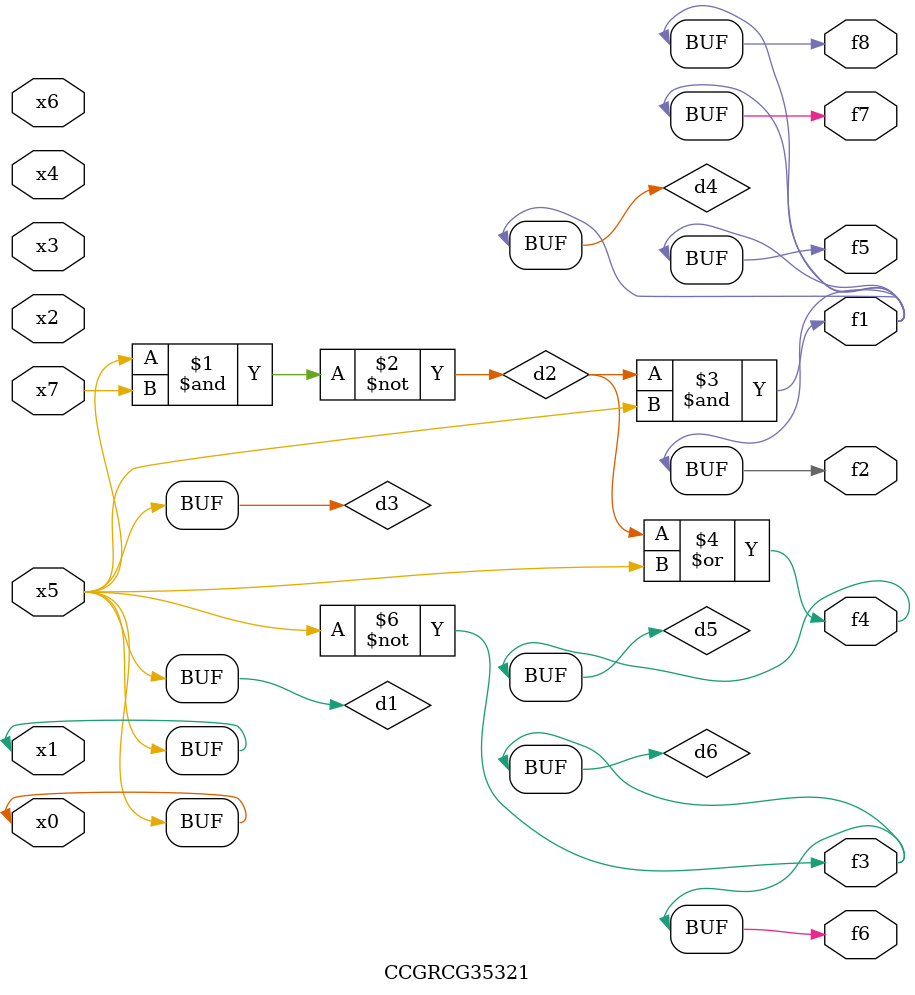
<source format=v>
module CCGRCG35321(
	input x0, x1, x2, x3, x4, x5, x6, x7,
	output f1, f2, f3, f4, f5, f6, f7, f8
);

	wire d1, d2, d3, d4, d5, d6;

	buf (d1, x0, x5);
	nand (d2, x5, x7);
	buf (d3, x0, x1);
	and (d4, d2, d3);
	or (d5, d2, d3);
	nor (d6, d1, d3);
	assign f1 = d4;
	assign f2 = d4;
	assign f3 = d6;
	assign f4 = d5;
	assign f5 = d4;
	assign f6 = d6;
	assign f7 = d4;
	assign f8 = d4;
endmodule

</source>
